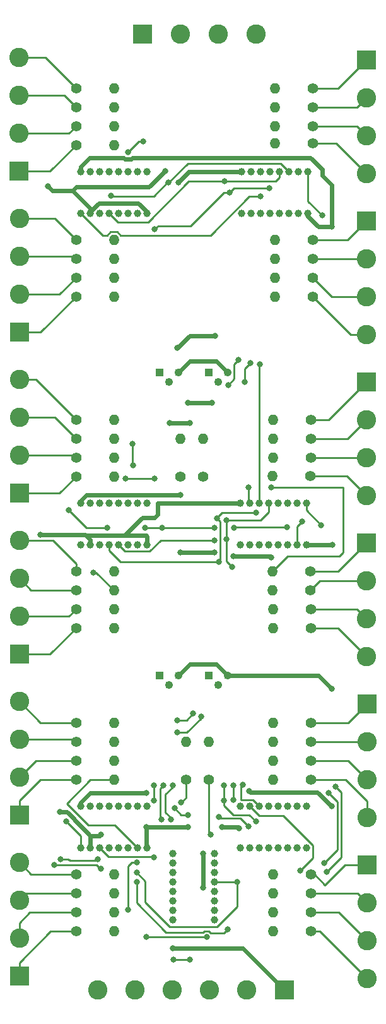
<source format=gbr>
%TF.GenerationSoftware,KiCad,Pcbnew,(6.0.4)*%
%TF.CreationDate,2022-07-28T14:35:08-04:00*%
%TF.ProjectId,pcb,7063622e-6b69-4636-9164-5f7063625858,rev?*%
%TF.SameCoordinates,Original*%
%TF.FileFunction,Copper,L2,Bot*%
%TF.FilePolarity,Positive*%
%FSLAX46Y46*%
G04 Gerber Fmt 4.6, Leading zero omitted, Abs format (unit mm)*
G04 Created by KiCad (PCBNEW (6.0.4)) date 2022-07-28 14:35:08*
%MOMM*%
%LPD*%
G01*
G04 APERTURE LIST*
%TA.AperFunction,ComponentPad*%
%ADD10C,1.400000*%
%TD*%
%TA.AperFunction,ComponentPad*%
%ADD11O,1.400000X1.400000*%
%TD*%
%TA.AperFunction,ComponentPad*%
%ADD12C,1.000000*%
%TD*%
%TA.AperFunction,ComponentPad*%
%ADD13R,2.600000X2.600000*%
%TD*%
%TA.AperFunction,ComponentPad*%
%ADD14C,2.600000*%
%TD*%
%TA.AperFunction,ComponentPad*%
%ADD15R,1.080000X1.080000*%
%TD*%
%TA.AperFunction,ComponentPad*%
%ADD16C,1.080000*%
%TD*%
%TA.AperFunction,ViaPad*%
%ADD17C,0.800000*%
%TD*%
%TA.AperFunction,Conductor*%
%ADD18C,0.600000*%
%TD*%
%TA.AperFunction,Conductor*%
%ADD19C,0.250000*%
%TD*%
G04 APERTURE END LIST*
D10*
%TO.P,R39,1*%
%TO.N,Net-(J11-Pad3)*%
X101414600Y-85090000D03*
D11*
%TO.P,R39,2*%
%TO.N,Net-(R39-Pad2)*%
X96334600Y-85090000D03*
%TD*%
D12*
%TO.P,U7,1,QB*%
%TO.N,Net-(R52-Pad2)*%
X91889600Y-137414000D03*
%TO.P,U7,2,QC*%
%TO.N,Net-(R51-Pad2)*%
X93159600Y-137414000D03*
%TO.P,U7,3,QD*%
%TO.N,Net-(R50-Pad2)*%
X94429600Y-137414000D03*
%TO.P,U7,4,QE*%
%TO.N,Net-(R49-Pad2)*%
X95699600Y-137414000D03*
%TO.P,U7,5,QF*%
%TO.N,Net-(R48-Pad2)*%
X96969600Y-137414000D03*
%TO.P,U7,6,QG*%
%TO.N,Net-(R47-Pad2)*%
X98239600Y-137414000D03*
%TO.P,U7,7,QH*%
%TO.N,Net-(R46-Pad2)*%
X99509600Y-137414000D03*
%TO.P,U7,8,GND*%
%TO.N,GND*%
X100779600Y-137414000D03*
%TO.P,U7,9,QH'*%
%TO.N,unconnected-(U7-Pad9)*%
X100779600Y-131826000D03*
%TO.P,U7,10,~{SRCLR}*%
%TO.N,Net-(J2-Pad6)*%
X99509600Y-131826000D03*
%TO.P,U7,11,SRCLK*%
%TO.N,Net-(J2-Pad5)*%
X98239600Y-131826000D03*
%TO.P,U7,12,RCLK*%
%TO.N,Net-(J2-Pad3)*%
X96969600Y-131826000D03*
%TO.P,U7,13,~{OE}*%
%TO.N,Net-(J2-Pad2)*%
X95699600Y-131826000D03*
%TO.P,U7,14,SER*%
%TO.N,Net-(U6-Pad9)*%
X94429600Y-131826000D03*
%TO.P,U7,15,QA*%
%TO.N,Net-(R53-Pad2)*%
X93159600Y-131826000D03*
%TO.P,U7,16,VCC*%
%TO.N,Net-(J2-Pad6)*%
X91889600Y-131826000D03*
%TD*%
D10*
%TO.P,R23,1*%
%TO.N,Net-(J7-Pad3)*%
X69850000Y-58420000D03*
D11*
%TO.P,R23,2*%
%TO.N,Net-(R23-Pad2)*%
X74930000Y-58420000D03*
%TD*%
D12*
%TO.P,U2,1,QB*%
%TO.N,Net-(R12-Pad2)*%
X79375000Y-131826000D03*
%TO.P,U2,2,QC*%
%TO.N,Net-(R11-Pad2)*%
X78105000Y-131826000D03*
%TO.P,U2,3,QD*%
%TO.N,Net-(R10-Pad2)*%
X76835000Y-131826000D03*
%TO.P,U2,4,QE*%
%TO.N,Net-(R9-Pad2)*%
X75565000Y-131826000D03*
%TO.P,U2,5,QF*%
%TO.N,Net-(R8-Pad2)*%
X74295000Y-131826000D03*
%TO.P,U2,6,QG*%
%TO.N,Net-(R7-Pad2)*%
X73025000Y-131826000D03*
%TO.P,U2,7,QH*%
%TO.N,Net-(R6-Pad2)*%
X71755000Y-131826000D03*
%TO.P,U2,8,GND*%
%TO.N,GND*%
X70485000Y-131826000D03*
%TO.P,U2,9,QH'*%
%TO.N,Net-(U2-Pad9)*%
X70485000Y-137414000D03*
%TO.P,U2,10,~{SRCLR}*%
%TO.N,Net-(J2-Pad6)*%
X71755000Y-137414000D03*
%TO.P,U2,11,SRCLK*%
%TO.N,Net-(J2-Pad5)*%
X73025000Y-137414000D03*
%TO.P,U2,12,RCLK*%
%TO.N,Net-(J2-Pad3)*%
X74295000Y-137414000D03*
%TO.P,U2,13,~{OE}*%
%TO.N,Net-(J2-Pad2)*%
X75565000Y-137414000D03*
%TO.P,U2,14,SER*%
%TO.N,Net-(U1-Pad9)*%
X76835000Y-137414000D03*
%TO.P,U2,15,QA*%
%TO.N,Net-(R13-Pad2)*%
X78105000Y-137414000D03*
%TO.P,U2,16,VCC*%
%TO.N,Net-(J2-Pad6)*%
X79375000Y-137414000D03*
%TD*%
D10*
%TO.P,R53,1*%
%TO.N,Net-(J14-Pad1)*%
X101414600Y-140970000D03*
D11*
%TO.P,R53,2*%
%TO.N,Net-(R53-Pad2)*%
X96334600Y-140970000D03*
%TD*%
D13*
%TO.P,J4,1,Pin_1*%
%TO.N,Net-(J4-Pad1)*%
X62230000Y-133045200D03*
D14*
%TO.P,J4,2,Pin_2*%
%TO.N,Net-(J4-Pad2)*%
X62230000Y-127965200D03*
%TO.P,J4,3,Pin_3*%
%TO.N,Net-(J4-Pad3)*%
X62230000Y-122885200D03*
%TO.P,J4,4,Pin_4*%
%TO.N,Net-(J4-Pad4)*%
X62230000Y-117805200D03*
%TD*%
D10*
%TO.P,R14,1*%
%TO.N,Net-(J5-Pad4)*%
X69850000Y-100330000D03*
D11*
%TO.P,R14,2*%
%TO.N,Net-(R14-Pad2)*%
X74930000Y-100330000D03*
%TD*%
D10*
%TO.P,R19,1*%
%TO.N,Net-(J6-Pad3)*%
X69850000Y-82550000D03*
D11*
%TO.P,R19,2*%
%TO.N,Net-(R19-Pad2)*%
X74930000Y-82550000D03*
%TD*%
D10*
%TO.P,R47,1*%
%TO.N,Net-(J13-Pad3)*%
X101414600Y-125730000D03*
D11*
%TO.P,R47,2*%
%TO.N,Net-(R47-Pad2)*%
X96334600Y-125730000D03*
%TD*%
D13*
%TO.P,J7,1,Pin_1*%
%TO.N,Net-(J7-Pad1)*%
X62230000Y-68275200D03*
D14*
%TO.P,J7,2,Pin_2*%
%TO.N,Net-(J7-Pad2)*%
X62230000Y-63195200D03*
%TO.P,J7,3,Pin_3*%
%TO.N,Net-(J7-Pad3)*%
X62230000Y-58115200D03*
%TO.P,J7,4,Pin_4*%
%TO.N,Net-(J7-Pad4)*%
X62230000Y-53035200D03*
%TD*%
D10*
%TO.P,R51,1*%
%TO.N,Net-(J14-Pad3)*%
X101414600Y-146050000D03*
D11*
%TO.P,R51,2*%
%TO.N,Net-(R51-Pad2)*%
X96334600Y-146050000D03*
%TD*%
D10*
%TO.P,R16,1*%
%TO.N,Net-(J5-Pad2)*%
X69850000Y-105410000D03*
D11*
%TO.P,R16,2*%
%TO.N,Net-(R16-Pad2)*%
X74930000Y-105410000D03*
%TD*%
D10*
%TO.P,R25,1*%
%TO.N,Net-(J7-Pad1)*%
X69850000Y-63500000D03*
D11*
%TO.P,R25,2*%
%TO.N,Net-(R25-Pad2)*%
X74930000Y-63500000D03*
%TD*%
D12*
%TO.P,U4,1,QB*%
%TO.N,Net-(R28-Pad2)*%
X79375000Y-46736000D03*
%TO.P,U4,2,QC*%
%TO.N,Net-(R27-Pad2)*%
X78105000Y-46736000D03*
%TO.P,U4,3,QD*%
%TO.N,Net-(R26-Pad2)*%
X76835000Y-46736000D03*
%TO.P,U4,4,QE*%
%TO.N,Net-(R25-Pad2)*%
X75565000Y-46736000D03*
%TO.P,U4,5,QF*%
%TO.N,Net-(R24-Pad2)*%
X74295000Y-46736000D03*
%TO.P,U4,6,QG*%
%TO.N,Net-(R23-Pad2)*%
X73025000Y-46736000D03*
%TO.P,U4,7,QH*%
%TO.N,Net-(R22-Pad2)*%
X71755000Y-46736000D03*
%TO.P,U4,8,GND*%
%TO.N,GND*%
X70485000Y-46736000D03*
%TO.P,U4,9,QH'*%
%TO.N,Net-(U4-Pad9)*%
X70485000Y-52324000D03*
%TO.P,U4,10,~{SRCLR}*%
%TO.N,Net-(J2-Pad6)*%
X71755000Y-52324000D03*
%TO.P,U4,11,SRCLK*%
%TO.N,Net-(J2-Pad5)*%
X73025000Y-52324000D03*
%TO.P,U4,12,RCLK*%
%TO.N,Net-(J2-Pad3)*%
X74295000Y-52324000D03*
%TO.P,U4,13,~{OE}*%
%TO.N,Net-(J2-Pad2)*%
X75565000Y-52324000D03*
%TO.P,U4,14,SER*%
%TO.N,Net-(U3-Pad9)*%
X76835000Y-52324000D03*
%TO.P,U4,15,QA*%
%TO.N,Net-(R29-Pad2)*%
X78105000Y-52324000D03*
%TO.P,U4,16,VCC*%
%TO.N,Net-(J2-Pad6)*%
X79375000Y-52324000D03*
%TD*%
D10*
%TO.P,R21,1*%
%TO.N,Net-(J6-Pad1)*%
X69850000Y-87630000D03*
D11*
%TO.P,R21,2*%
%TO.N,Net-(R21-Pad2)*%
X74930000Y-87630000D03*
%TD*%
D15*
%TO.P,Q1,1*%
%TO.N,Net-(J1-Pad1)*%
X87630000Y-114300000D03*
D16*
%TO.P,Q1,2*%
%TO.N,Net-(Q1-Pad2)*%
X88900000Y-115570000D03*
%TO.P,Q1,3*%
%TO.N,GND*%
X90170000Y-114300000D03*
%TD*%
D10*
%TO.P,R10,1*%
%TO.N,Net-(J4-Pad4)*%
X69850000Y-120650000D03*
D11*
%TO.P,R10,2*%
%TO.N,Net-(R10-Pad2)*%
X74930000Y-120650000D03*
%TD*%
D10*
%TO.P,R29,1*%
%TO.N,Net-(J8-Pad1)*%
X69850000Y-43180000D03*
D11*
%TO.P,R29,2*%
%TO.N,Net-(R29-Pad2)*%
X74930000Y-43180000D03*
%TD*%
D10*
%TO.P,R30,1*%
%TO.N,Net-(J9-Pad4)*%
X101600000Y-42926000D03*
D11*
%TO.P,R30,2*%
%TO.N,Net-(R30-Pad2)*%
X96520000Y-42926000D03*
%TD*%
D10*
%TO.P,R20,1*%
%TO.N,Net-(J6-Pad2)*%
X69850000Y-85090000D03*
D11*
%TO.P,R20,2*%
%TO.N,Net-(R20-Pad2)*%
X74930000Y-85090000D03*
%TD*%
D10*
%TO.P,R50,1*%
%TO.N,Net-(J14-Pad4)*%
X101414600Y-148590000D03*
D11*
%TO.P,R50,2*%
%TO.N,Net-(R50-Pad2)*%
X96334600Y-148590000D03*
%TD*%
D10*
%TO.P,R49,1*%
%TO.N,Net-(J13-Pad1)*%
X101414600Y-120650000D03*
D11*
%TO.P,R49,2*%
%TO.N,Net-(R49-Pad2)*%
X96334600Y-120650000D03*
%TD*%
D10*
%TO.P,R24,1*%
%TO.N,Net-(J7-Pad2)*%
X69850000Y-60960000D03*
D11*
%TO.P,R24,2*%
%TO.N,Net-(R24-Pad2)*%
X74930000Y-60960000D03*
%TD*%
D10*
%TO.P,R28,1*%
%TO.N,Net-(J8-Pad2)*%
X69850000Y-40640000D03*
D11*
%TO.P,R28,2*%
%TO.N,Net-(R28-Pad2)*%
X74930000Y-40640000D03*
%TD*%
D12*
%TO.P,U6,1,QB*%
%TO.N,Net-(R44-Pad2)*%
X91889600Y-96774000D03*
%TO.P,U6,2,QC*%
%TO.N,Net-(R43-Pad2)*%
X93159600Y-96774000D03*
%TO.P,U6,3,QD*%
%TO.N,Net-(R42-Pad2)*%
X94429600Y-96774000D03*
%TO.P,U6,4,QE*%
%TO.N,Net-(R41-Pad2)*%
X95699600Y-96774000D03*
%TO.P,U6,5,QF*%
%TO.N,Net-(R40-Pad2)*%
X96969600Y-96774000D03*
%TO.P,U6,6,QG*%
%TO.N,Net-(R39-Pad2)*%
X98239600Y-96774000D03*
%TO.P,U6,7,QH*%
%TO.N,Net-(R38-Pad2)*%
X99509600Y-96774000D03*
%TO.P,U6,8,GND*%
%TO.N,GND*%
X100779600Y-96774000D03*
%TO.P,U6,9,QH'*%
%TO.N,Net-(U6-Pad9)*%
X100779600Y-91186000D03*
%TO.P,U6,10,~{SRCLR}*%
%TO.N,Net-(J2-Pad6)*%
X99509600Y-91186000D03*
%TO.P,U6,11,SRCLK*%
%TO.N,Net-(J2-Pad5)*%
X98239600Y-91186000D03*
%TO.P,U6,12,RCLK*%
%TO.N,Net-(J2-Pad3)*%
X96969600Y-91186000D03*
%TO.P,U6,13,~{OE}*%
%TO.N,Net-(J2-Pad2)*%
X95699600Y-91186000D03*
%TO.P,U6,14,SER*%
%TO.N,Net-(U5-Pad9)*%
X94429600Y-91186000D03*
%TO.P,U6,15,QA*%
%TO.N,Net-(R45-Pad2)*%
X93159600Y-91186000D03*
%TO.P,U6,16,VCC*%
%TO.N,Net-(J2-Pad6)*%
X91889600Y-91186000D03*
%TD*%
D13*
%TO.P,J9,1,Pin_1*%
%TO.N,Net-(J9-Pad1)*%
X108864000Y-31750000D03*
D14*
%TO.P,J9,2,Pin_2*%
%TO.N,Net-(J9-Pad2)*%
X108864000Y-36830000D03*
%TO.P,J9,3,Pin_3*%
%TO.N,Net-(J9-Pad3)*%
X108864000Y-41910000D03*
%TO.P,J9,4,Pin_4*%
%TO.N,Net-(J9-Pad4)*%
X108864000Y-46990000D03*
%TD*%
D13*
%TO.P,J14,1,Pin_1*%
%TO.N,Net-(J14-Pad1)*%
X108915000Y-139700000D03*
D14*
%TO.P,J14,2,Pin_2*%
%TO.N,Net-(J14-Pad2)*%
X108915000Y-144780000D03*
%TO.P,J14,3,Pin_3*%
%TO.N,Net-(J14-Pad3)*%
X108915000Y-149860000D03*
%TO.P,J14,4,Pin_4*%
%TO.N,Net-(J14-Pad4)*%
X108915000Y-154940000D03*
%TD*%
D13*
%TO.P,J11,1,Pin_1*%
%TO.N,Net-(J11-Pad1)*%
X108864000Y-74930000D03*
D14*
%TO.P,J11,2,Pin_2*%
%TO.N,Net-(J11-Pad2)*%
X108864000Y-80010000D03*
%TO.P,J11,3,Pin_3*%
%TO.N,Net-(J11-Pad3)*%
X108864000Y-85090000D03*
%TO.P,J11,4,Pin_4*%
%TO.N,Net-(J11-Pad4)*%
X108864000Y-90170000D03*
%TD*%
D13*
%TO.P,J1,1,Pin_1*%
%TO.N,Net-(J1-Pad1)*%
X78740000Y-28245000D03*
D14*
%TO.P,J1,2,Pin_2*%
%TO.N,Net-(J1-Pad2)*%
X83820000Y-28245000D03*
%TO.P,J1,3,Pin_3*%
%TO.N,Net-(J1-Pad3)*%
X88900000Y-28245000D03*
%TO.P,J1,4,Pin_4*%
%TO.N,Net-(J1-Pad4)*%
X93980000Y-28245000D03*
%TD*%
D10*
%TO.P,R45,1*%
%TO.N,Net-(J12-Pad1)*%
X101320600Y-100330000D03*
D11*
%TO.P,R45,2*%
%TO.N,Net-(R45-Pad2)*%
X96240600Y-100330000D03*
%TD*%
D13*
%TO.P,J12,1,Pin_1*%
%TO.N,Net-(J12-Pad1)*%
X108864000Y-96520000D03*
D14*
%TO.P,J12,2,Pin_2*%
%TO.N,Net-(J12-Pad2)*%
X108864000Y-101600000D03*
%TO.P,J12,3,Pin_3*%
%TO.N,Net-(J12-Pad3)*%
X108864000Y-106680000D03*
%TO.P,J12,4,Pin_4*%
%TO.N,Net-(J12-Pad4)*%
X108864000Y-111760000D03*
%TD*%
D10*
%TO.P,R31,1*%
%TO.N,Net-(J9-Pad3)*%
X101600000Y-40640000D03*
D11*
%TO.P,R31,2*%
%TO.N,Net-(R31-Pad2)*%
X96520000Y-40640000D03*
%TD*%
D15*
%TO.P,Q2,1*%
%TO.N,Net-(J1-Pad2)*%
X81026000Y-114300000D03*
D16*
%TO.P,Q2,2*%
%TO.N,Net-(Q2-Pad2)*%
X82296000Y-115570000D03*
%TO.P,Q2,3*%
%TO.N,GND*%
X83566000Y-114300000D03*
%TD*%
D10*
%TO.P,R42,1*%
%TO.N,Net-(J12-Pad4)*%
X101414600Y-107950000D03*
D11*
%TO.P,R42,2*%
%TO.N,Net-(R42-Pad2)*%
X96334600Y-107950000D03*
%TD*%
D10*
%TO.P,R26,1*%
%TO.N,Net-(J8-Pad4)*%
X69850000Y-35560000D03*
D11*
%TO.P,R26,2*%
%TO.N,Net-(R26-Pad2)*%
X74930000Y-35560000D03*
%TD*%
D10*
%TO.P,R44,1*%
%TO.N,Net-(J12-Pad2)*%
X101320600Y-102870000D03*
D11*
%TO.P,R44,2*%
%TO.N,Net-(R44-Pad2)*%
X96240600Y-102870000D03*
%TD*%
D13*
%TO.P,J8,1,Pin_1*%
%TO.N,Net-(J8-Pad1)*%
X62179000Y-46685200D03*
D14*
%TO.P,J8,2,Pin_2*%
%TO.N,Net-(J8-Pad2)*%
X62179000Y-41605200D03*
%TO.P,J8,3,Pin_3*%
%TO.N,Net-(J8-Pad3)*%
X62179000Y-36525200D03*
%TO.P,J8,4,Pin_4*%
%TO.N,Net-(J8-Pad4)*%
X62179000Y-31445200D03*
%TD*%
D10*
%TO.P,R4,1*%
%TO.N,Net-(R4-Pad1)*%
X83820000Y-87630000D03*
D11*
%TO.P,R4,2*%
%TO.N,Net-(Q4-Pad2)*%
X83820000Y-82550000D03*
%TD*%
D10*
%TO.P,R35,1*%
%TO.N,Net-(J10-Pad3)*%
X101600000Y-60960000D03*
D11*
%TO.P,R35,2*%
%TO.N,Net-(R35-Pad2)*%
X96520000Y-60960000D03*
%TD*%
D10*
%TO.P,R43,1*%
%TO.N,Net-(J12-Pad3)*%
X101414600Y-105410000D03*
D11*
%TO.P,R43,2*%
%TO.N,Net-(R43-Pad2)*%
X96334600Y-105410000D03*
%TD*%
D10*
%TO.P,R48,1*%
%TO.N,Net-(J13-Pad2)*%
X101414600Y-123190000D03*
D11*
%TO.P,R48,2*%
%TO.N,Net-(R48-Pad2)*%
X96334600Y-123190000D03*
%TD*%
D15*
%TO.P,Q4,1*%
%TO.N,Net-(J1-Pad4)*%
X81026000Y-73660000D03*
D16*
%TO.P,Q4,2*%
%TO.N,Net-(Q4-Pad2)*%
X82296000Y-74930000D03*
%TO.P,Q4,3*%
%TO.N,GND*%
X83566000Y-73660000D03*
%TD*%
D10*
%TO.P,R40,1*%
%TO.N,Net-(J11-Pad2)*%
X101414600Y-82550000D03*
D11*
%TO.P,R40,2*%
%TO.N,Net-(R40-Pad2)*%
X96334600Y-82550000D03*
%TD*%
D10*
%TO.P,R9,1*%
%TO.N,Net-(J3-Pad1)*%
X69850000Y-148590000D03*
D11*
%TO.P,R9,2*%
%TO.N,Net-(R9-Pad2)*%
X74930000Y-148590000D03*
%TD*%
D10*
%TO.P,R34,1*%
%TO.N,Net-(J10-Pad4)*%
X101600000Y-63500000D03*
D11*
%TO.P,R34,2*%
%TO.N,Net-(R34-Pad2)*%
X96520000Y-63500000D03*
%TD*%
D13*
%TO.P,J13,1,Pin_1*%
%TO.N,Net-(J13-Pad1)*%
X108915000Y-118110000D03*
D14*
%TO.P,J13,2,Pin_2*%
%TO.N,Net-(J13-Pad2)*%
X108915000Y-123190000D03*
%TO.P,J13,3,Pin_3*%
%TO.N,Net-(J13-Pad3)*%
X108915000Y-128270000D03*
%TO.P,J13,4,Pin_4*%
%TO.N,Net-(J13-Pad4)*%
X108915000Y-133350000D03*
%TD*%
D10*
%TO.P,R3,1*%
%TO.N,Net-(R3-Pad1)*%
X86868000Y-87630000D03*
D11*
%TO.P,R3,2*%
%TO.N,Net-(Q3-Pad2)*%
X86868000Y-82550000D03*
%TD*%
D10*
%TO.P,R7,1*%
%TO.N,Net-(J3-Pad3)*%
X69850000Y-143510000D03*
D11*
%TO.P,R7,2*%
%TO.N,Net-(R7-Pad2)*%
X74930000Y-143510000D03*
%TD*%
D10*
%TO.P,R12,1*%
%TO.N,Net-(J4-Pad2)*%
X69850000Y-125730000D03*
D11*
%TO.P,R12,2*%
%TO.N,Net-(R12-Pad2)*%
X74930000Y-125730000D03*
%TD*%
D10*
%TO.P,R2,1*%
%TO.N,Net-(R2-Pad1)*%
X84582000Y-128270000D03*
D11*
%TO.P,R2,2*%
%TO.N,Net-(Q2-Pad2)*%
X84582000Y-123190000D03*
%TD*%
D12*
%TO.P,U1,1,QB*%
%TO.N,Net-(R2-Pad1)*%
X82804000Y-138209000D03*
%TO.P,U1,2,QC*%
%TO.N,Net-(R3-Pad1)*%
X82804000Y-139479000D03*
%TO.P,U1,3,QD*%
%TO.N,Net-(R4-Pad1)*%
X82804000Y-140749000D03*
%TO.P,U1,4,QE*%
%TO.N,unconnected-(U1-Pad4)*%
X82804000Y-142019000D03*
%TO.P,U1,5,QF*%
%TO.N,unconnected-(U1-Pad5)*%
X82804000Y-143289000D03*
%TO.P,U1,6,QG*%
%TO.N,unconnected-(U1-Pad6)*%
X82804000Y-144559000D03*
%TO.P,U1,7,QH*%
%TO.N,unconnected-(U1-Pad7)*%
X82804000Y-145829000D03*
%TO.P,U1,8,GND*%
%TO.N,GND*%
X82804000Y-147099000D03*
%TO.P,U1,9,QH'*%
%TO.N,Net-(U1-Pad9)*%
X88392000Y-147099000D03*
%TO.P,U1,10,~{SRCLR}*%
%TO.N,Net-(J2-Pad6)*%
X88392000Y-145829000D03*
%TO.P,U1,11,SRCLK*%
%TO.N,Net-(J2-Pad5)*%
X88392000Y-144559000D03*
%TO.P,U1,12,RCLK*%
%TO.N,Net-(J2-Pad3)*%
X88392000Y-143289000D03*
%TO.P,U1,13,~{OE}*%
%TO.N,Net-(J2-Pad2)*%
X88392000Y-142019000D03*
%TO.P,U1,14,SER*%
%TO.N,Net-(J2-Pad4)*%
X88392000Y-140749000D03*
%TO.P,U1,15,QA*%
%TO.N,Net-(R1-Pad1)*%
X88392000Y-139479000D03*
%TO.P,U1,16,VCC*%
%TO.N,Net-(J2-Pad6)*%
X88392000Y-138209000D03*
%TD*%
D10*
%TO.P,R36,1*%
%TO.N,Net-(J10-Pad2)*%
X101600000Y-58420000D03*
D11*
%TO.P,R36,2*%
%TO.N,Net-(R36-Pad2)*%
X96520000Y-58420000D03*
%TD*%
D10*
%TO.P,R11,1*%
%TO.N,Net-(J4-Pad3)*%
X69850000Y-123190000D03*
D11*
%TO.P,R11,2*%
%TO.N,Net-(R11-Pad2)*%
X74930000Y-123190000D03*
%TD*%
D10*
%TO.P,R38,1*%
%TO.N,Net-(J11-Pad4)*%
X101320600Y-87558000D03*
D11*
%TO.P,R38,2*%
%TO.N,Net-(R38-Pad2)*%
X96240600Y-87558000D03*
%TD*%
D10*
%TO.P,R32,1*%
%TO.N,Net-(J9-Pad2)*%
X101600000Y-38100000D03*
D11*
%TO.P,R32,2*%
%TO.N,Net-(R32-Pad2)*%
X96520000Y-38100000D03*
%TD*%
D12*
%TO.P,U5,1,QB*%
%TO.N,Net-(R36-Pad2)*%
X92075000Y-52324000D03*
%TO.P,U5,2,QC*%
%TO.N,Net-(R35-Pad2)*%
X93345000Y-52324000D03*
%TO.P,U5,3,QD*%
%TO.N,Net-(R34-Pad2)*%
X94615000Y-52324000D03*
%TO.P,U5,4,QE*%
%TO.N,Net-(R33-Pad2)*%
X95885000Y-52324000D03*
%TO.P,U5,5,QF*%
%TO.N,Net-(R32-Pad2)*%
X97155000Y-52324000D03*
%TO.P,U5,6,QG*%
%TO.N,Net-(R31-Pad2)*%
X98425000Y-52324000D03*
%TO.P,U5,7,QH*%
%TO.N,Net-(R30-Pad2)*%
X99695000Y-52324000D03*
%TO.P,U5,8,GND*%
%TO.N,GND*%
X100965000Y-52324000D03*
%TO.P,U5,9,QH'*%
%TO.N,Net-(U5-Pad9)*%
X100965000Y-46736000D03*
%TO.P,U5,10,~{SRCLR}*%
%TO.N,Net-(J2-Pad6)*%
X99695000Y-46736000D03*
%TO.P,U5,11,SRCLK*%
%TO.N,Net-(J2-Pad5)*%
X98425000Y-46736000D03*
%TO.P,U5,12,RCLK*%
%TO.N,Net-(J2-Pad3)*%
X97155000Y-46736000D03*
%TO.P,U5,13,~{OE}*%
%TO.N,Net-(J2-Pad2)*%
X95885000Y-46736000D03*
%TO.P,U5,14,SER*%
%TO.N,Net-(U4-Pad9)*%
X94615000Y-46736000D03*
%TO.P,U5,15,QA*%
%TO.N,Net-(R37-Pad2)*%
X93345000Y-46736000D03*
%TO.P,U5,16,VCC*%
%TO.N,Net-(J2-Pad6)*%
X92075000Y-46736000D03*
%TD*%
D10*
%TO.P,R8,1*%
%TO.N,Net-(J3-Pad2)*%
X69850000Y-146050000D03*
D11*
%TO.P,R8,2*%
%TO.N,Net-(R8-Pad2)*%
X74930000Y-146050000D03*
%TD*%
D10*
%TO.P,R17,1*%
%TO.N,Net-(J5-Pad1)*%
X69850000Y-107950000D03*
D11*
%TO.P,R17,2*%
%TO.N,Net-(R17-Pad2)*%
X74930000Y-107950000D03*
%TD*%
D10*
%TO.P,R1,1*%
%TO.N,Net-(R1-Pad1)*%
X87630000Y-128270000D03*
D11*
%TO.P,R1,2*%
%TO.N,Net-(Q1-Pad2)*%
X87630000Y-123190000D03*
%TD*%
D15*
%TO.P,Q3,1*%
%TO.N,Net-(J1-Pad3)*%
X87630000Y-73660000D03*
D16*
%TO.P,Q3,2*%
%TO.N,Net-(Q3-Pad2)*%
X88900000Y-74930000D03*
%TO.P,Q3,3*%
%TO.N,GND*%
X90170000Y-73660000D03*
%TD*%
D10*
%TO.P,R37,1*%
%TO.N,Net-(J10-Pad1)*%
X101627400Y-55880000D03*
D11*
%TO.P,R37,2*%
%TO.N,Net-(R37-Pad2)*%
X96547400Y-55880000D03*
%TD*%
D10*
%TO.P,R6,1*%
%TO.N,Net-(J3-Pad4)*%
X69850000Y-140970000D03*
D11*
%TO.P,R6,2*%
%TO.N,Net-(R6-Pad2)*%
X74930000Y-140970000D03*
%TD*%
D10*
%TO.P,R46,1*%
%TO.N,Net-(J13-Pad4)*%
X101414600Y-128270000D03*
D11*
%TO.P,R46,2*%
%TO.N,Net-(R46-Pad2)*%
X96334600Y-128270000D03*
%TD*%
D13*
%TO.P,J2,1,Pin_1*%
%TO.N,GND*%
X97790000Y-156464000D03*
D14*
%TO.P,J2,2,Pin_2*%
%TO.N,Net-(J2-Pad2)*%
X92790000Y-156464000D03*
%TO.P,J2,3,Pin_3*%
%TO.N,Net-(J2-Pad3)*%
X87790000Y-156464000D03*
%TO.P,J2,4,Pin_4*%
%TO.N,Net-(J2-Pad4)*%
X82790000Y-156464000D03*
%TO.P,J2,5,Pin_5*%
%TO.N,Net-(J2-Pad5)*%
X77790000Y-156464000D03*
%TO.P,J2,6,Pin_6*%
%TO.N,Net-(J2-Pad6)*%
X72790000Y-156464000D03*
%TD*%
D10*
%TO.P,R52,1*%
%TO.N,Net-(J14-Pad2)*%
X101414600Y-143510000D03*
D11*
%TO.P,R52,2*%
%TO.N,Net-(R52-Pad2)*%
X96334600Y-143510000D03*
%TD*%
D10*
%TO.P,R13,1*%
%TO.N,Net-(J4-Pad1)*%
X69850000Y-128270000D03*
D11*
%TO.P,R13,2*%
%TO.N,Net-(R13-Pad2)*%
X74930000Y-128270000D03*
%TD*%
D10*
%TO.P,R15,1*%
%TO.N,Net-(J5-Pad3)*%
X69850000Y-102870000D03*
D11*
%TO.P,R15,2*%
%TO.N,Net-(R15-Pad2)*%
X74930000Y-102870000D03*
%TD*%
D10*
%TO.P,R27,1*%
%TO.N,Net-(J8-Pad3)*%
X69850000Y-38100000D03*
D11*
%TO.P,R27,2*%
%TO.N,Net-(R27-Pad2)*%
X74930000Y-38100000D03*
%TD*%
D13*
%TO.P,J10,1,Pin_1*%
%TO.N,Net-(J10-Pad1)*%
X108864000Y-53340000D03*
D14*
%TO.P,J10,2,Pin_2*%
%TO.N,Net-(J10-Pad2)*%
X108864000Y-58420000D03*
%TO.P,J10,3,Pin_3*%
%TO.N,Net-(J10-Pad3)*%
X108864000Y-63500000D03*
%TO.P,J10,4,Pin_4*%
%TO.N,Net-(J10-Pad4)*%
X108864000Y-68580000D03*
%TD*%
D10*
%TO.P,R41,1*%
%TO.N,Net-(J11-Pad1)*%
X101414600Y-80010000D03*
D11*
%TO.P,R41,2*%
%TO.N,Net-(R41-Pad2)*%
X96334600Y-80010000D03*
%TD*%
D10*
%TO.P,R18,1*%
%TO.N,Net-(J6-Pad4)*%
X69850000Y-80010000D03*
D11*
%TO.P,R18,2*%
%TO.N,Net-(R18-Pad2)*%
X74930000Y-80010000D03*
%TD*%
D12*
%TO.P,U3,1,QB*%
%TO.N,Net-(R20-Pad2)*%
X79375000Y-91186000D03*
%TO.P,U3,2,QC*%
%TO.N,Net-(R19-Pad2)*%
X78105000Y-91186000D03*
%TO.P,U3,3,QD*%
%TO.N,Net-(R18-Pad2)*%
X76835000Y-91186000D03*
%TO.P,U3,4,QE*%
%TO.N,Net-(R17-Pad2)*%
X75565000Y-91186000D03*
%TO.P,U3,5,QF*%
%TO.N,Net-(R16-Pad2)*%
X74295000Y-91186000D03*
%TO.P,U3,6,QG*%
%TO.N,Net-(R15-Pad2)*%
X73025000Y-91186000D03*
%TO.P,U3,7,QH*%
%TO.N,Net-(R14-Pad2)*%
X71755000Y-91186000D03*
%TO.P,U3,8,GND*%
%TO.N,GND*%
X70485000Y-91186000D03*
%TO.P,U3,9,QH'*%
%TO.N,Net-(U3-Pad9)*%
X70485000Y-96774000D03*
%TO.P,U3,10,~{SRCLR}*%
%TO.N,Net-(J2-Pad6)*%
X71755000Y-96774000D03*
%TO.P,U3,11,SRCLK*%
%TO.N,Net-(J2-Pad5)*%
X73025000Y-96774000D03*
%TO.P,U3,12,RCLK*%
%TO.N,Net-(J2-Pad3)*%
X74295000Y-96774000D03*
%TO.P,U3,13,~{OE}*%
%TO.N,Net-(J2-Pad2)*%
X75565000Y-96774000D03*
%TO.P,U3,14,SER*%
%TO.N,Net-(U2-Pad9)*%
X76835000Y-96774000D03*
%TO.P,U3,15,QA*%
%TO.N,Net-(R21-Pad2)*%
X78105000Y-96774000D03*
%TO.P,U3,16,VCC*%
%TO.N,Net-(J2-Pad6)*%
X79375000Y-96774000D03*
%TD*%
D10*
%TO.P,R33,1*%
%TO.N,Net-(J9-Pad1)*%
X101600000Y-35560000D03*
D11*
%TO.P,R33,2*%
%TO.N,Net-(R33-Pad2)*%
X96520000Y-35560000D03*
%TD*%
D13*
%TO.P,J6,1,Pin_1*%
%TO.N,Net-(J6-Pad1)*%
X62230000Y-89865200D03*
D14*
%TO.P,J6,2,Pin_2*%
%TO.N,Net-(J6-Pad2)*%
X62230000Y-84785200D03*
%TO.P,J6,3,Pin_3*%
%TO.N,Net-(J6-Pad3)*%
X62230000Y-79705200D03*
%TO.P,J6,4,Pin_4*%
%TO.N,Net-(J6-Pad4)*%
X62230000Y-74625200D03*
%TD*%
D13*
%TO.P,J5,1,Pin_1*%
%TO.N,Net-(J5-Pad1)*%
X62230000Y-111455200D03*
D14*
%TO.P,J5,2,Pin_2*%
%TO.N,Net-(J5-Pad2)*%
X62230000Y-106375200D03*
%TO.P,J5,3,Pin_3*%
%TO.N,Net-(J5-Pad3)*%
X62230000Y-101295200D03*
%TO.P,J5,4,Pin_4*%
%TO.N,Net-(J5-Pad4)*%
X62230000Y-96215200D03*
%TD*%
D10*
%TO.P,R22,1*%
%TO.N,Net-(J7-Pad4)*%
X69850000Y-55880000D03*
D11*
%TO.P,R22,2*%
%TO.N,Net-(R22-Pad2)*%
X74930000Y-55880000D03*
%TD*%
D13*
%TO.P,J3,1,Pin_1*%
%TO.N,Net-(J3-Pad1)*%
X62230000Y-154635200D03*
D14*
%TO.P,J3,2,Pin_2*%
%TO.N,Net-(J3-Pad2)*%
X62230000Y-149555200D03*
%TO.P,J3,3,Pin_3*%
%TO.N,Net-(J3-Pad3)*%
X62230000Y-144475200D03*
%TO.P,J3,4,Pin_4*%
%TO.N,Net-(J3-Pad4)*%
X62230000Y-139395200D03*
%TD*%
D17*
%TO.N,Net-(J1-Pad1)*%
X88092989Y-77724000D03*
X84836000Y-77724000D03*
%TO.N,Net-(J1-Pad2)*%
X85090000Y-80391000D03*
X82423000Y-80391000D03*
%TO.N,Net-(J1-Pad4)*%
X83439000Y-70358000D03*
X88519000Y-68707000D03*
%TO.N,GND*%
X104140000Y-131826000D03*
X82804000Y-150876000D03*
X83820000Y-90043000D03*
X79279020Y-130014707D03*
X104140000Y-116078000D03*
X104267000Y-96774000D03*
X90932000Y-98298000D03*
X83820000Y-97790000D03*
X93091000Y-129794000D03*
X88392000Y-97790000D03*
X104140000Y-54102000D03*
X96012000Y-98480989D03*
%TO.N,Net-(J2-Pad2)*%
X90424000Y-49530000D03*
X93218000Y-72390000D03*
X90805000Y-99695000D03*
X88392000Y-96139000D03*
X90932000Y-131018196D03*
X77978000Y-140716000D03*
X92456000Y-74930000D03*
X80391000Y-54470500D03*
X90043000Y-93472000D03*
X90043000Y-96012000D03*
X95758000Y-48895000D03*
X90932000Y-129032000D03*
X91440000Y-141986000D03*
%TO.N,Net-(J2-Pad3)*%
X89662000Y-131064000D03*
X93980000Y-133858000D03*
X91667330Y-72005942D03*
X89662000Y-129032000D03*
X90207500Y-148336000D03*
X89043497Y-99060000D03*
X93980000Y-92456000D03*
X90297000Y-75311000D03*
X77978000Y-141986000D03*
X89789000Y-48006000D03*
X88773000Y-93218000D03*
%TO.N,Net-(J2-Pad5)*%
X89027000Y-133223000D03*
X80264000Y-131064000D03*
X92964000Y-134493000D03*
X85090000Y-152400000D03*
X81407000Y-94488000D03*
X80264000Y-129032000D03*
X98171000Y-94361000D03*
X79121000Y-94488000D03*
X91059000Y-94488000D03*
X80264000Y-138684000D03*
X74549000Y-49911000D03*
X82931000Y-152400000D03*
X82231457Y-48195457D03*
X83058000Y-132080000D03*
X88392000Y-94488000D03*
X84836000Y-132969000D03*
%TO.N,Net-(J2-Pad6)*%
X91706500Y-134747000D03*
X67691000Y-132588000D03*
X65024000Y-95377000D03*
X81788000Y-46609000D03*
X83566000Y-48133000D03*
X84836000Y-134620000D03*
X79248000Y-134620000D03*
X89408000Y-134620000D03*
X73152000Y-135636000D03*
X66040000Y-48641000D03*
X86868000Y-138176000D03*
X86868000Y-142748000D03*
%TO.N,Net-(R1-Pad1)*%
X87884000Y-135636000D03*
%TO.N,Net-(R2-Pad1)*%
X83947000Y-131318000D03*
%TO.N,Net-(R3-Pad1)*%
X82550000Y-133604000D03*
X86614000Y-119761000D03*
X83439000Y-121920000D03*
X82804000Y-129032000D03*
%TO.N,Net-(R4-Pad1)*%
X81280000Y-133604000D03*
X83439000Y-120269000D03*
X81534000Y-129032000D03*
X85585500Y-119379673D03*
%TO.N,Net-(R6-Pad2)*%
X73152000Y-140208000D03*
X66929000Y-139700000D03*
%TO.N,Net-(R7-Pad2)*%
X72771092Y-138937481D03*
X67806572Y-138925500D03*
%TO.N,Net-(R15-Pad2)*%
X72136000Y-100457000D03*
%TO.N,Net-(R19-Pad2)*%
X77406500Y-83248500D03*
X77470000Y-86106000D03*
%TO.N,Net-(R21-Pad2)*%
X76454000Y-87884000D03*
X80391000Y-87884000D03*
%TO.N,Net-(R28-Pad2)*%
X76835000Y-44069000D03*
X78867000Y-42672000D03*
%TO.N,Net-(R38-Pad2)*%
X100203000Y-93599000D03*
%TO.N,Net-(R45-Pad2)*%
X92964000Y-89027000D03*
X96012000Y-89027000D03*
%TO.N,Net-(R46-Pad2)*%
X103124000Y-139446000D03*
X103759000Y-130048000D03*
%TO.N,Net-(R47-Pad2)*%
X103505000Y-140589000D03*
X104648000Y-129159000D03*
%TO.N,Net-(R53-Pad2)*%
X99949000Y-140462000D03*
%TO.N,Net-(U1-Pad9)*%
X87376000Y-149352000D03*
X77978000Y-139331500D03*
X76835000Y-145669000D03*
X79248000Y-149352000D03*
%TO.N,Net-(U2-Pad9)*%
X68561773Y-133841859D03*
%TO.N,Net-(U3-Pad9)*%
X74041000Y-94488000D03*
X68834000Y-92075000D03*
%TO.N,Net-(U4-Pad9)*%
X94615000Y-50038000D03*
%TO.N,Net-(U5-Pad9)*%
X94488000Y-72517000D03*
X102870000Y-52578000D03*
%TO.N,Net-(U6-Pad9)*%
X92202000Y-128905000D03*
X102743000Y-94107000D03*
%TD*%
D18*
%TO.N,Net-(J1-Pad1)*%
X88092989Y-77724000D02*
X84836000Y-77724000D01*
%TO.N,Net-(J1-Pad2)*%
X82423000Y-80391000D02*
X85090000Y-80391000D01*
%TO.N,Net-(J1-Pad4)*%
X83439000Y-70358000D02*
X85090000Y-68707000D01*
X85090000Y-68707000D02*
X88519000Y-68707000D01*
%TO.N,GND*%
X85090000Y-112776000D02*
X83566000Y-114300000D01*
X77415812Y-44831000D02*
X77228301Y-45018511D01*
X90170000Y-73660000D02*
X88646000Y-72136000D01*
X104267000Y-96774000D02*
X100779600Y-96774000D01*
X70485000Y-131318000D02*
X70485000Y-131826000D01*
X93091000Y-129794000D02*
X93218000Y-129921000D01*
X88646000Y-112776000D02*
X85090000Y-112776000D01*
X77228301Y-45018511D02*
X76441699Y-45018511D01*
X97790000Y-156464000D02*
X92202000Y-150876000D01*
X92202000Y-150876000D02*
X82804000Y-150876000D01*
X102362000Y-54102000D02*
X100965000Y-52705000D01*
X70485000Y-46028894D02*
X70485000Y-46736000D01*
X83820000Y-90043000D02*
X71247000Y-90043000D01*
X104140000Y-116078000D02*
X102362000Y-114300000D01*
X102870000Y-47227477D02*
X102870000Y-46371988D01*
X83820000Y-97790000D02*
X88392000Y-97790000D01*
X101329012Y-44831000D02*
X77415812Y-44831000D01*
X76441699Y-45018511D02*
X76254188Y-44831000D01*
X88646000Y-72136000D02*
X85090000Y-72136000D01*
X79279020Y-130014707D02*
X71788293Y-130014707D01*
X104140000Y-54102000D02*
X104140000Y-48497477D01*
X93218000Y-129921000D02*
X102235000Y-129921000D01*
X90170000Y-114300000D02*
X88646000Y-112776000D01*
X71788293Y-130014707D02*
X70485000Y-131318000D01*
X104140000Y-54102000D02*
X102362000Y-54102000D01*
X95829011Y-98298000D02*
X96012000Y-98480989D01*
X90932000Y-98298000D02*
X95829011Y-98298000D01*
X71682894Y-44831000D02*
X70485000Y-46028894D01*
X71247000Y-90043000D02*
X70485000Y-90805000D01*
X102235000Y-129921000D02*
X104140000Y-131826000D01*
X70485000Y-90805000D02*
X70485000Y-91186000D01*
X102870000Y-46371988D02*
X101329012Y-44831000D01*
X85090000Y-72136000D02*
X83566000Y-73660000D01*
X104140000Y-48497477D02*
X102870000Y-47227477D01*
X76254188Y-44831000D02*
X71682894Y-44831000D01*
X100965000Y-52705000D02*
X100965000Y-52324000D01*
X102362000Y-114300000D02*
X90170000Y-114300000D01*
D19*
%TO.N,Net-(J2-Pad2)*%
X91440000Y-145287746D02*
X91440000Y-141986000D01*
X88754235Y-147973511D02*
X91440000Y-145287746D01*
X82441511Y-147973511D02*
X88754235Y-147973511D01*
X90043000Y-93472000D02*
X94615000Y-93472000D01*
X77978000Y-140716000D02*
X79121000Y-141859000D01*
X85217000Y-53975000D02*
X80886500Y-53975000D01*
X79737235Y-97648511D02*
X76439511Y-97648511D01*
X94615000Y-93472000D02*
X95699600Y-92387400D01*
X91440000Y-141986000D02*
X91407000Y-142019000D01*
X95699600Y-92387400D02*
X95699600Y-91186000D01*
X89662000Y-49530000D02*
X85217000Y-53975000D01*
X91407000Y-142019000D02*
X88392000Y-142019000D01*
X81246746Y-96139000D02*
X79737235Y-97648511D01*
X79121000Y-141859000D02*
X79121000Y-144653000D01*
X79121000Y-144653000D02*
X82441511Y-147973511D01*
X80886500Y-53975000D02*
X80391000Y-54470500D01*
X88392000Y-96139000D02*
X81246746Y-96139000D01*
X90043000Y-96012000D02*
X90043000Y-98933000D01*
X93218000Y-72390000D02*
X92456000Y-73152000D01*
X90043000Y-96012000D02*
X90043000Y-93472000D01*
X90043000Y-98933000D02*
X90805000Y-99695000D01*
X90424000Y-49530000D02*
X91059000Y-48895000D01*
X90424000Y-49530000D02*
X89662000Y-49530000D01*
X90932000Y-129032000D02*
X90932000Y-131018196D01*
X92456000Y-73152000D02*
X92456000Y-74930000D01*
X76439511Y-97648511D02*
X75565000Y-96774000D01*
X91059000Y-48895000D02*
X95758000Y-48895000D01*
%TO.N,Net-(J2-Pad3)*%
X97155000Y-47498000D02*
X97155000Y-46736000D01*
X88773000Y-93091000D02*
X89408000Y-92456000D01*
X75438000Y-53467000D02*
X79502000Y-53467000D01*
X84963000Y-48006000D02*
X89789000Y-48006000D01*
X93091000Y-132969000D02*
X90932000Y-132969000D01*
X87963325Y-148844000D02*
X89699500Y-148844000D01*
X89154000Y-93599000D02*
X89154000Y-94154675D01*
X89789000Y-48006000D02*
X96647000Y-48006000D01*
X75819000Y-99060000D02*
X74295000Y-97536000D01*
X89166511Y-98936986D02*
X89043497Y-99060000D01*
X74295000Y-97536000D02*
X74295000Y-96774000D01*
X79502000Y-53467000D02*
X84963000Y-48006000D01*
X96647000Y-48006000D02*
X97155000Y-47498000D01*
X89662000Y-131064000D02*
X89662000Y-129032000D01*
X89166511Y-94167186D02*
X89166511Y-98936986D01*
X89154000Y-94154675D02*
X89166511Y-94167186D01*
X88773000Y-93218000D02*
X88773000Y-93091000D01*
X86915675Y-148717000D02*
X87055186Y-148577489D01*
X89408000Y-92456000D02*
X93980000Y-92456000D01*
X74295000Y-52324000D02*
X75438000Y-53467000D01*
X89043497Y-99060000D02*
X75819000Y-99060000D01*
X91084511Y-72588761D02*
X91084511Y-74523489D01*
X87696814Y-148577489D02*
X87963325Y-148844000D01*
X88773000Y-93218000D02*
X89154000Y-93599000D01*
X77978000Y-141986000D02*
X77978000Y-144780000D01*
X81915000Y-148717000D02*
X86915675Y-148717000D01*
X91667330Y-72005942D02*
X91084511Y-72588761D01*
X89699500Y-148844000D02*
X90207500Y-148336000D01*
X91084511Y-74523489D02*
X90297000Y-75311000D01*
X87055186Y-148577489D02*
X87696814Y-148577489D01*
X93980000Y-133858000D02*
X93091000Y-132969000D01*
X89662000Y-131699000D02*
X89662000Y-131064000D01*
X77978000Y-144780000D02*
X81915000Y-148717000D01*
X90932000Y-132969000D02*
X89662000Y-131699000D01*
%TO.N,Net-(J2-Pad5)*%
X80264000Y-131064000D02*
X80264000Y-129032000D01*
X80264000Y-138684000D02*
X80137000Y-138557000D01*
X82931000Y-152400000D02*
X85090000Y-152400000D01*
X74676000Y-50038000D02*
X80264000Y-50038000D01*
X83947000Y-132969000D02*
X83058000Y-132080000D01*
X81407000Y-94488000D02*
X88392000Y-94488000D01*
X84833914Y-45593000D02*
X97282000Y-45593000D01*
X91186000Y-94361000D02*
X91059000Y-94488000D01*
X74549000Y-49911000D02*
X74676000Y-50038000D01*
X91939520Y-133468520D02*
X92964000Y-134493000D01*
X82231457Y-48195457D02*
X84833914Y-45593000D01*
X98171000Y-94361000D02*
X91186000Y-94361000D01*
X82106543Y-48195457D02*
X82231457Y-48195457D01*
X97282000Y-45593000D02*
X98425000Y-46736000D01*
X80264000Y-50038000D02*
X82106543Y-48195457D01*
X80137000Y-138557000D02*
X74168000Y-138557000D01*
X84836000Y-132969000D02*
X83947000Y-132969000D01*
X89272520Y-133468520D02*
X91939520Y-133468520D01*
X89027000Y-133223000D02*
X89272520Y-133468520D01*
X79121000Y-94488000D02*
X81407000Y-94488000D01*
X74168000Y-138557000D02*
X73025000Y-137414000D01*
%TO.N,Net-(J3-Pad1)*%
X62230000Y-152781000D02*
X66421000Y-148590000D01*
X66421000Y-148590000D02*
X69850000Y-148590000D01*
X62230000Y-154635200D02*
X62230000Y-152781000D01*
%TO.N,Net-(J3-Pad2)*%
X62230000Y-147447000D02*
X63627000Y-146050000D01*
X62230000Y-149555200D02*
X62230000Y-147447000D01*
X63627000Y-146050000D02*
X69850000Y-146050000D01*
%TO.N,Net-(J3-Pad3)*%
X63195200Y-143510000D02*
X69850000Y-143510000D01*
X62230000Y-144475200D02*
X63195200Y-143510000D01*
%TO.N,Net-(J3-Pad4)*%
X63804800Y-140970000D02*
X69850000Y-140970000D01*
X62230000Y-139395200D02*
X63804800Y-140970000D01*
%TO.N,Net-(J4-Pad1)*%
X62230000Y-133045200D02*
X62230000Y-131064000D01*
X65024000Y-128270000D02*
X69850000Y-128270000D01*
X62230000Y-131064000D02*
X65024000Y-128270000D01*
%TO.N,Net-(J4-Pad2)*%
X62230000Y-127965200D02*
X64465200Y-125730000D01*
X64465200Y-125730000D02*
X69850000Y-125730000D01*
%TO.N,Net-(J4-Pad3)*%
X69545200Y-122885200D02*
X69850000Y-123190000D01*
X62230000Y-122885200D02*
X69545200Y-122885200D01*
%TO.N,Net-(J4-Pad4)*%
X65074800Y-120650000D02*
X69850000Y-120650000D01*
X62230000Y-117805200D02*
X65074800Y-120650000D01*
%TO.N,Net-(J5-Pad1)*%
X66344800Y-111455200D02*
X69850000Y-107950000D01*
X62230000Y-111455200D02*
X66344800Y-111455200D01*
%TO.N,Net-(J5-Pad2)*%
X68884800Y-106375200D02*
X69850000Y-105410000D01*
X62230000Y-106375200D02*
X68884800Y-106375200D01*
%TO.N,Net-(J5-Pad3)*%
X63804800Y-102870000D02*
X69850000Y-102870000D01*
X62230000Y-101295200D02*
X63804800Y-102870000D01*
%TO.N,Net-(J5-Pad4)*%
X62230000Y-96215200D02*
X66751200Y-96215200D01*
X69850000Y-99314000D02*
X69850000Y-100330000D01*
X66751200Y-96215200D02*
X69850000Y-99314000D01*
%TO.N,Net-(J6-Pad1)*%
X67614800Y-89865200D02*
X69850000Y-87630000D01*
X62230000Y-89865200D02*
X67614800Y-89865200D01*
%TO.N,Net-(J6-Pad2)*%
X69545200Y-84785200D02*
X69850000Y-85090000D01*
X62230000Y-84785200D02*
X69545200Y-84785200D01*
%TO.N,Net-(J6-Pad3)*%
X62230000Y-79705200D02*
X67005200Y-79705200D01*
X67005200Y-79705200D02*
X69850000Y-82550000D01*
%TO.N,Net-(J6-Pad4)*%
X62230000Y-74625200D02*
X64465200Y-74625200D01*
X64465200Y-74625200D02*
X69850000Y-80010000D01*
%TO.N,Net-(J7-Pad1)*%
X62230000Y-68275200D02*
X65074800Y-68275200D01*
X65074800Y-68275200D02*
X69850000Y-63500000D01*
%TO.N,Net-(J7-Pad2)*%
X62230000Y-63195200D02*
X67614800Y-63195200D01*
X67614800Y-63195200D02*
X69850000Y-60960000D01*
%TO.N,Net-(J7-Pad3)*%
X69545200Y-58115200D02*
X69850000Y-58420000D01*
X62230000Y-58115200D02*
X69545200Y-58115200D01*
%TO.N,Net-(J7-Pad4)*%
X67005200Y-53035200D02*
X69850000Y-55880000D01*
X62230000Y-53035200D02*
X67005200Y-53035200D01*
%TO.N,Net-(J8-Pad1)*%
X66344800Y-46685200D02*
X69850000Y-43180000D01*
X62179000Y-46685200D02*
X66344800Y-46685200D01*
%TO.N,Net-(J8-Pad2)*%
X62179000Y-41605200D02*
X68884800Y-41605200D01*
X68884800Y-41605200D02*
X69850000Y-40640000D01*
%TO.N,Net-(J8-Pad3)*%
X68275200Y-36525200D02*
X69850000Y-38100000D01*
X62179000Y-36525200D02*
X68275200Y-36525200D01*
%TO.N,Net-(J8-Pad4)*%
X65735200Y-31445200D02*
X69850000Y-35560000D01*
X62179000Y-31445200D02*
X65735200Y-31445200D01*
%TO.N,Net-(J9-Pad1)*%
X105054000Y-35560000D02*
X108864000Y-31750000D01*
X101600000Y-35560000D02*
X105054000Y-35560000D01*
%TO.N,Net-(J9-Pad2)*%
X107594000Y-38100000D02*
X108864000Y-36830000D01*
X101600000Y-38100000D02*
X107594000Y-38100000D01*
%TO.N,Net-(J9-Pad3)*%
X107594000Y-40640000D02*
X108864000Y-41910000D01*
X101600000Y-40640000D02*
X107594000Y-40640000D01*
%TO.N,Net-(J9-Pad4)*%
X101600000Y-42926000D02*
X104800000Y-42926000D01*
X104800000Y-42926000D02*
X108864000Y-46990000D01*
%TO.N,Net-(J10-Pad1)*%
X106324000Y-55880000D02*
X108864000Y-53340000D01*
X101627400Y-55880000D02*
X106324000Y-55880000D01*
%TO.N,Net-(J10-Pad2)*%
X101600000Y-58420000D02*
X108864000Y-58420000D01*
%TO.N,Net-(J10-Pad3)*%
X104140000Y-63500000D02*
X108864000Y-63500000D01*
X101600000Y-60960000D02*
X104140000Y-63500000D01*
%TO.N,Net-(J10-Pad4)*%
X101600000Y-63500000D02*
X106680000Y-68580000D01*
X106680000Y-68580000D02*
X108864000Y-68580000D01*
%TO.N,Net-(J11-Pad1)*%
X101414600Y-80010000D02*
X103784000Y-80010000D01*
X103784000Y-80010000D02*
X108864000Y-74930000D01*
%TO.N,Net-(J11-Pad2)*%
X101414600Y-82550000D02*
X106324000Y-82550000D01*
X106324000Y-82550000D02*
X108864000Y-80010000D01*
%TO.N,Net-(J11-Pad3)*%
X101414600Y-85090000D02*
X108864000Y-85090000D01*
%TO.N,Net-(J11-Pad4)*%
X106252000Y-87558000D02*
X108864000Y-90170000D01*
X101320600Y-87558000D02*
X106252000Y-87558000D01*
%TO.N,Net-(J12-Pad1)*%
X101320600Y-100330000D02*
X105054000Y-100330000D01*
X105054000Y-100330000D02*
X108864000Y-96520000D01*
%TO.N,Net-(J12-Pad2)*%
X102590600Y-101600000D02*
X108864000Y-101600000D01*
X101320600Y-102870000D02*
X102590600Y-101600000D01*
%TO.N,Net-(J12-Pad3)*%
X107594000Y-105410000D02*
X108864000Y-106680000D01*
X101414600Y-105410000D02*
X107594000Y-105410000D01*
%TO.N,Net-(J12-Pad4)*%
X105054000Y-107950000D02*
X108864000Y-111760000D01*
X101414600Y-107950000D02*
X105054000Y-107950000D01*
%TO.N,Net-(J13-Pad1)*%
X101414600Y-120650000D02*
X106375000Y-120650000D01*
X106375000Y-120650000D02*
X108915000Y-118110000D01*
%TO.N,Net-(J13-Pad2)*%
X101414600Y-123190000D02*
X108915000Y-123190000D01*
%TO.N,Net-(J13-Pad3)*%
X101414600Y-125730000D02*
X106375000Y-125730000D01*
X106375000Y-125730000D02*
X108915000Y-128270000D01*
%TO.N,Net-(J13-Pad4)*%
X106045000Y-128270000D02*
X108915000Y-131140000D01*
X108915000Y-131140000D02*
X108915000Y-133350000D01*
X101414600Y-128270000D02*
X106045000Y-128270000D01*
%TO.N,Net-(J14-Pad1)*%
X105918000Y-139700000D02*
X108915000Y-139700000D01*
X101414600Y-140970000D02*
X101854000Y-140970000D01*
X101854000Y-140970000D02*
X103251000Y-142367000D01*
X103251000Y-142367000D02*
X105918000Y-139700000D01*
%TO.N,Net-(J14-Pad2)*%
X107645000Y-143510000D02*
X108915000Y-144780000D01*
X101414600Y-143510000D02*
X107645000Y-143510000D01*
%TO.N,Net-(J14-Pad3)*%
X101414600Y-146050000D02*
X105105000Y-146050000D01*
X105105000Y-146050000D02*
X108915000Y-149860000D01*
%TO.N,Net-(J14-Pad4)*%
X101414600Y-148590000D02*
X102565000Y-148590000D01*
X102565000Y-148590000D02*
X108915000Y-154940000D01*
D18*
%TO.N,Net-(J2-Pad6)*%
X71755000Y-51616894D02*
X71755000Y-52324000D01*
X80391000Y-93091000D02*
X80788523Y-92693477D01*
X84963000Y-46736000D02*
X92075000Y-46736000D01*
X79629000Y-48768000D02*
X81788000Y-46609000D01*
X66040000Y-48641000D02*
X66675000Y-49276000D01*
X71755000Y-52180477D02*
X71755000Y-52109766D01*
X76327000Y-95504000D02*
X78740000Y-93091000D01*
X79375000Y-52109766D02*
X79375000Y-52324000D01*
X78740000Y-93091000D02*
X80391000Y-93091000D01*
X71755000Y-96066894D02*
X71755000Y-96774000D01*
X65024000Y-95377000D02*
X71065106Y-95377000D01*
X69922106Y-48768000D02*
X79629000Y-48768000D01*
X80788523Y-91186000D02*
X91889600Y-91186000D01*
X79248000Y-137287000D02*
X79375000Y-137414000D01*
X69414106Y-49276000D02*
X71755000Y-51616894D01*
X71755000Y-137414000D02*
X71755000Y-135763000D01*
X71755000Y-135763000D02*
X73025000Y-135763000D01*
X71755000Y-52109766D02*
X72937766Y-50927000D01*
X83566000Y-48133000D02*
X84963000Y-46736000D01*
X71065106Y-95377000D02*
X71192106Y-95504000D01*
X86868000Y-138176000D02*
X86868000Y-142748000D01*
X79248000Y-134620000D02*
X84836000Y-134620000D01*
X89408000Y-134620000D02*
X91579500Y-134620000D01*
X71755000Y-135763000D02*
X69511284Y-133519284D01*
X71192106Y-95504000D02*
X76327000Y-95504000D01*
X79375000Y-95631000D02*
X79375000Y-96774000D01*
X76327000Y-95504000D02*
X79248000Y-95504000D01*
X69511284Y-133519284D02*
X69511284Y-133448558D01*
X79248000Y-95504000D02*
X79375000Y-95631000D01*
X79248000Y-134620000D02*
X79248000Y-137287000D01*
X68650726Y-132588000D02*
X67691000Y-132588000D01*
X69414106Y-49276000D02*
X69922106Y-48768000D01*
X71192106Y-95504000D02*
X71755000Y-96066894D01*
X73025000Y-135763000D02*
X73152000Y-135636000D01*
X72937766Y-50927000D02*
X78192234Y-50927000D01*
X78192234Y-50927000D02*
X79375000Y-52109766D01*
X91579500Y-134620000D02*
X91706500Y-134747000D01*
X69511284Y-133448558D02*
X68650726Y-132588000D01*
X66675000Y-49276000D02*
X69414106Y-49276000D01*
X80788523Y-92693477D02*
X80788523Y-91186000D01*
D19*
%TO.N,Net-(R1-Pad1)*%
X87884000Y-135636000D02*
X87630000Y-135382000D01*
X87630000Y-135382000D02*
X87630000Y-128270000D01*
%TO.N,Net-(R2-Pad1)*%
X84582000Y-130683000D02*
X84582000Y-128270000D01*
X83947000Y-131318000D02*
X84582000Y-130683000D01*
%TO.N,Net-(R3-Pad1)*%
X82804000Y-129286000D02*
X81862958Y-130227042D01*
X84709000Y-121920000D02*
X86614000Y-120015000D01*
X86614000Y-120015000D02*
X86614000Y-119761000D01*
X81862958Y-130227042D02*
X81862958Y-132634103D01*
X83439000Y-121920000D02*
X84709000Y-121920000D01*
X81862958Y-132634103D02*
X82550000Y-133321145D01*
X82550000Y-133321145D02*
X82550000Y-133604000D01*
X82804000Y-129032000D02*
X82804000Y-129286000D01*
%TO.N,Net-(R4-Pad1)*%
X81534000Y-129032000D02*
X81153000Y-129413000D01*
X83439000Y-120269000D02*
X84696173Y-120269000D01*
X81153000Y-133477000D02*
X81280000Y-133604000D01*
X84696173Y-120269000D02*
X85585500Y-119379673D01*
X81153000Y-129413000D02*
X81153000Y-133477000D01*
%TO.N,Net-(R6-Pad2)*%
X73143386Y-140208000D02*
X73152000Y-140208000D01*
X66929000Y-139700000D02*
X72635386Y-139700000D01*
X72635386Y-139700000D02*
X73143386Y-140208000D01*
%TO.N,Net-(R7-Pad2)*%
X67806572Y-138925500D02*
X68830114Y-138925500D01*
X69047123Y-139065000D02*
X72643573Y-139065000D01*
X68830114Y-138925500D02*
X68889859Y-138985245D01*
X68967368Y-138985245D02*
X69047123Y-139065000D01*
X68889859Y-138985245D02*
X68967368Y-138985245D01*
X72643573Y-139065000D02*
X72771092Y-138937481D01*
%TO.N,Net-(R13-Pad2)*%
X75057000Y-134366000D02*
X78105000Y-137414000D01*
X71501000Y-134366000D02*
X75057000Y-134366000D01*
X74930000Y-128270000D02*
X71755000Y-128270000D01*
X68580000Y-131445000D02*
X71501000Y-134366000D01*
X71755000Y-128270000D02*
X68580000Y-131445000D01*
%TO.N,Net-(R15-Pad2)*%
X74930000Y-102870000D02*
X72517000Y-100457000D01*
X72517000Y-100457000D02*
X72136000Y-100457000D01*
%TO.N,Net-(R19-Pad2)*%
X77406500Y-83248500D02*
X77406500Y-86042500D01*
X77406500Y-86042500D02*
X77470000Y-86106000D01*
%TO.N,Net-(R21-Pad2)*%
X76454000Y-87884000D02*
X80391000Y-87884000D01*
%TO.N,Net-(R28-Pad2)*%
X78232000Y-42672000D02*
X76835000Y-44069000D01*
X78867000Y-42672000D02*
X78232000Y-42672000D01*
%TO.N,Net-(R38-Pad2)*%
X100203000Y-93599000D02*
X99509600Y-94292400D01*
X99509600Y-94292400D02*
X99509600Y-96774000D01*
%TO.N,Net-(R45-Pad2)*%
X92964000Y-90990400D02*
X93159600Y-91186000D01*
X105664000Y-89027000D02*
X96012000Y-89027000D01*
X92964000Y-89027000D02*
X92964000Y-90990400D01*
X105664000Y-97790000D02*
X105664000Y-89027000D01*
X96240600Y-100330000D02*
X98272600Y-98298000D01*
X98272600Y-98298000D02*
X105156000Y-98298000D01*
X105156000Y-98298000D02*
X105664000Y-97790000D01*
%TO.N,Net-(R46-Pad2)*%
X103759000Y-130048000D02*
X104914511Y-131203511D01*
X104914511Y-137655489D02*
X103124000Y-139446000D01*
X104914511Y-131203511D02*
X104914511Y-137655489D01*
%TO.N,Net-(R47-Pad2)*%
X104648000Y-129159000D02*
X105414031Y-129925031D01*
X105414031Y-129925031D02*
X105414031Y-138679969D01*
X105414031Y-138679969D02*
X103505000Y-140589000D01*
%TO.N,Net-(R53-Pad2)*%
X101604111Y-137826235D02*
X101654111Y-137776235D01*
X97698346Y-133096000D02*
X94429600Y-133096000D01*
X101654111Y-137051765D02*
X97698346Y-133096000D01*
X94429600Y-133096000D02*
X93159600Y-131826000D01*
X101604111Y-138806889D02*
X101604111Y-137826235D01*
X101654111Y-137776235D02*
X101654111Y-137051765D01*
X99949000Y-140462000D02*
X101604111Y-138806889D01*
%TO.N,Net-(U1-Pad9)*%
X87376000Y-149352000D02*
X79248000Y-149352000D01*
X76835000Y-139827000D02*
X76835000Y-145669000D01*
X77330500Y-139331500D02*
X76835000Y-139827000D01*
X77978000Y-139331500D02*
X77330500Y-139331500D01*
%TO.N,Net-(U2-Pad9)*%
X70485000Y-135765086D02*
X68561773Y-133841859D01*
X70485000Y-137414000D02*
X70485000Y-135765086D01*
%TO.N,Net-(U3-Pad9)*%
X68834000Y-92075000D02*
X71247000Y-94488000D01*
X71247000Y-94488000D02*
X74041000Y-94488000D01*
%TO.N,Net-(U4-Pad9)*%
X87917254Y-55245000D02*
X93124254Y-50038000D01*
X75375078Y-54805489D02*
X75814589Y-55245000D01*
X73406000Y-55245000D02*
X74045411Y-55245000D01*
X74045411Y-55245000D02*
X74484922Y-54805489D01*
X75814589Y-55245000D02*
X87917254Y-55245000D01*
X70485000Y-52324000D02*
X73406000Y-55245000D01*
X93124254Y-50038000D02*
X94615000Y-50038000D01*
X74484922Y-54805489D02*
X75375078Y-54805489D01*
%TO.N,Net-(U5-Pad9)*%
X102870000Y-52578000D02*
X100965000Y-50673000D01*
X94488000Y-72517000D02*
X94429600Y-72575400D01*
X100965000Y-50673000D02*
X100965000Y-46736000D01*
X94429600Y-72575400D02*
X94429600Y-91186000D01*
%TO.N,Net-(U6-Pad9)*%
X91948000Y-130937000D02*
X91948000Y-129159000D01*
X100779600Y-92143600D02*
X100779600Y-91186000D01*
X94429600Y-131826000D02*
X93555089Y-130951489D01*
X102743000Y-94107000D02*
X100779600Y-92143600D01*
X91948000Y-129159000D02*
X92202000Y-128905000D01*
X93555089Y-130951489D02*
X91962489Y-130951489D01*
X91962489Y-130951489D02*
X91948000Y-130937000D01*
%TD*%
M02*

</source>
